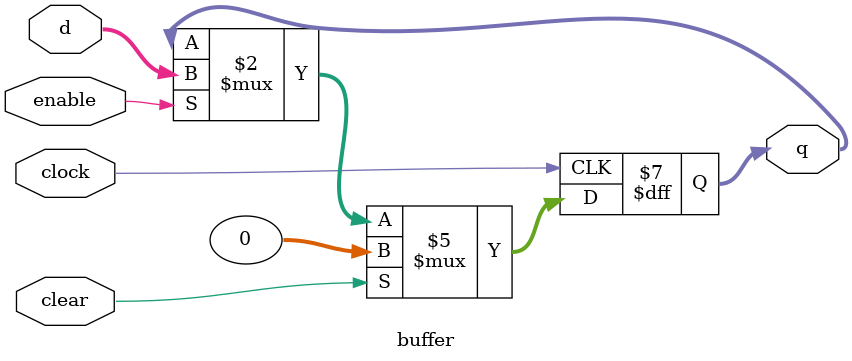
<source format=v>
`timescale 1ns / 1ps


module buffer
   #(parameter
     SIZE = 32
    )
    (
     input                   clock,enable,clear,
     input      [(SIZE-1):0] d,
     output reg [(SIZE-1):0] q
    );
    
    always @ (posedge clock) begin
        if (clear) q <= 0;
        else if (enable) q <= d;
    end
    
endmodule

</source>
